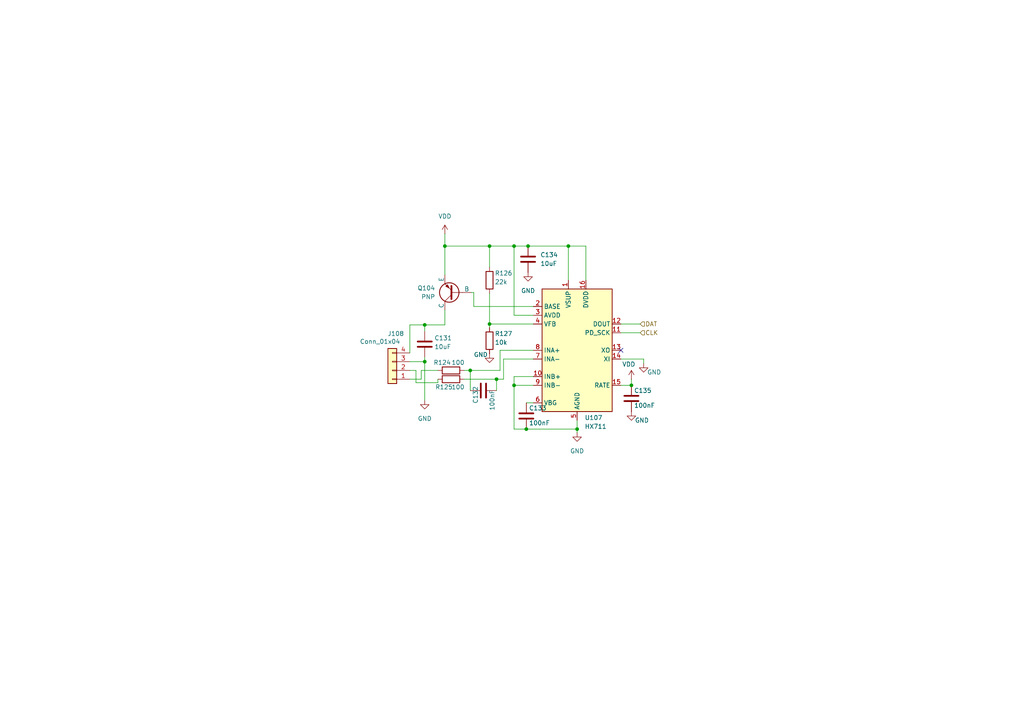
<source format=kicad_sch>
(kicad_sch (version 20231120) (generator "eeschema") (generator_version "8.0")
  (paper "A4")
  (lib_symbols
    (symbol "Analog_ADC:HX711"
      (property "Reference" "U" (at 5.08 21.59 0))
      (property "Value" "HX711" (at 7.62 19.05 0))
      (symbol "HX711_0_1"
        (rectangle (start -10.16 17.78) (end 10.16 -17.78) (stroke (width 0.254)) (fill (type background)))
      )
      (symbol "HX711_1_1"
        (pin power_in line (at -2.54 20.32 270) (length 2.54) (name "VSUP") (number "1"))
        (pin input line (at -12.7 -7.62 0) (length 2.54) (name "INB+") (number "10"))
        (pin input line (at 12.7 5.08 180) (length 2.54) (name "PD_SCK") (number "11"))
        (pin output line (at 12.7 7.62 180) (length 2.54) (name "DOUT") (number "12"))
        (pin passive line (at 12.7 0 180) (length 2.54) (name "XO") (number "13"))
        (pin passive line (at 12.7 -2.54 180) (length 2.54) (name "XI") (number "14"))
        (pin input line (at 12.7 -10.16 180) (length 2.54) (name "RATE") (number "15"))
        (pin power_in line (at 2.54 20.32 270) (length 2.54) (name "DVDD") (number "16"))
        (pin passive line (at -12.7 12.7 0) (length 2.54) (name "BASE") (number "2"))
        (pin power_in line (at -12.7 10.16 0) (length 2.54) (name "AVDD") (number "3"))
        (pin input line (at -12.7 7.62 0) (length 2.54) (name "VFB") (number "4"))
        (pin power_in line (at 0 -20.32 90) (length 2.54) (name "AGND") (number "5"))
        (pin passive line (at -12.7 -15.24 0) (length 2.54) (name "VBG") (number "6"))
        (pin input line (at -12.7 -2.54 0) (length 2.54) (name "INA-") (number "7"))
        (pin input line (at -12.7 0 0) (length 2.54) (name "INA+") (number "8"))
        (pin input line (at -12.7 -10.16 0) (length 2.54) (name "INB-") (number "9"))
      )
    )
    (symbol "Connector_Generic:Conn_01x04" (pin_names (offset 1.016) hide)
      (property "Reference" "J" (at 0 5.08 0))
      (property "Value" "Conn_01x04" (at 0 -7.62 0))
      (symbol "Conn_01x04_1_1"
        (rectangle (start -1.27 -4.953) (end 0 -5.207) (stroke (width 0.1524)))
        (rectangle (start -1.27 -2.413) (end 0 -2.667) (stroke (width 0.1524)))
        (rectangle (start -1.27 0.127) (end 0 -0.127) (stroke (width 0.1524)))
        (rectangle (start -1.27 2.667) (end 0 2.413) (stroke (width 0.1524)))
        (rectangle (start -1.27 3.81) (end 1.27 -6.35) (stroke (width 0.254)) (fill (type background)))
        (pin passive line (at -5.08 2.54 0) (length 3.81) (name "Pin_1") (number "1"))
        (pin passive line (at -5.08 0 0) (length 3.81) (name "Pin_2") (number "2"))
        (pin passive line (at -5.08 -2.54 0) (length 3.81) (name "Pin_3") (number "3"))
        (pin passive line (at -5.08 -5.08 0) (length 3.81) (name "Pin_4") (number "4"))
      )
    )
    (symbol "Device:C" (pin_numbers hide) (pin_names (offset 0.254))
      (property "Reference" "C" (at 0.635 2.54 0))
      (property "Value" "C" (at 0.635 -2.54 0))
      (symbol "C_0_1"
        (polyline (pts (xy -2.032 -0.762) (xy 2.032 -0.762)) (stroke (width 0.508)))
        (polyline (pts (xy -2.032 0.762) (xy 2.032 0.762)) (stroke (width 0.508)))
      )
      (symbol "C_1_1"
        (pin passive line (at 0 3.81 270) (length 2.794) (name "~") (number "1"))
        (pin passive line (at 0 -3.81 90) (length 2.794) (name "~") (number "2"))
      )
    )
    (symbol "Device:R" (pin_numbers hide) (pin_names (offset 0))
      (property "Reference" "R" (at 2.032 0 90))
      (property "Value" "R" (at 0 0 90))
      (symbol "R_0_1"
        (rectangle (start -1.016 -2.54) (end 1.016 2.54) (stroke (width 0.254)))
      )
      (symbol "R_1_1"
        (pin passive line (at 0 3.81 270) (length 1.27) (name "~") (number "1"))
        (pin passive line (at 0 -3.81 90) (length 1.27) (name "~") (number "2"))
      )
    )
    (symbol "Simulation_SPICE:PNP" (pin_numbers hide) (pin_names (offset 0))
      (property "Reference" "Q" (at -2.54 7.62 0))
      (property "Value" "PNP" (at -2.54 5.08 0))
      (symbol "PNP_0_1"
        (polyline (pts (xy -2.54 0) (xy 0.635 0)) (stroke (width 0.1524)))
        (polyline (pts (xy 0.635 0.635) (xy 2.54 2.54)))
        (polyline (pts (xy 0.635 -0.635) (xy 2.54 -2.54) (xy 2.54 -2.54)))
        (polyline (pts (xy 0.635 1.905) (xy 0.635 -1.905) (xy 0.635 -1.905)) (stroke (width 0.508)))
        (polyline (pts (xy 2.286 -1.778) (xy 1.778 -2.286) (xy 1.27 -1.27) (xy 2.286 -1.778) (xy 2.286 -1.778)) (fill (type outline)))
        (circle (center 1.27 0) (radius 2.8194) (stroke (width 0.254)))
      )
      (symbol "PNP_1_1"
        (pin open_collector line (at 2.54 5.08 270) (length 2.54) (name "C") (number "1"))
        (pin input line (at -5.08 0 0) (length 2.54) (name "B") (number "2"))
        (pin open_emitter line (at 2.54 -5.08 90) (length 2.54) (name "E") (number "3"))
      )
    )
    (symbol "power:GND" (power) (pin_numbers hide) (pin_names (offset 0) hide)
      (property "Value" "GND" (at 0 -3.81 0))
      (symbol "GND_0_1"
        (polyline (pts (xy 0 0) (xy 0 -1.27) (xy 1.27 -1.27) (xy 0 -2.54) (xy -1.27 -1.27) (xy 0 -1.27)))
      )
      (symbol "GND_1_1"
        (pin power_in line (at 0 0 270) (length 0) (name "~") (number "1"))
      )
    )
    (symbol "power:VDD" (power) (pin_numbers hide) (pin_names (offset 0) hide)
      (property "Value" "VDD" (at 0 3.556 0))
      (symbol "VDD_0_1"
        (polyline (pts (xy -0.762 1.27) (xy 0 2.54)))
        (polyline (pts (xy 0 0) (xy 0 2.54)))
        (polyline (pts (xy 0 2.54) (xy 0.762 1.27)))
      )
      (symbol "VDD_1_1"
        (pin power_in line (at 0 0 90) (length 0) (name "~") (number "1"))
      )
    )
  )
  (junction (at 141.986 71.374))
  (junction (at 144.018 109.982))
  (junction (at 167.386 124.46))
  (junction (at 183.134 111.76))
  (junction (at 141.986 93.98))
  (junction (at 164.846 71.374))
  (junction (at 123.19 104.902))
  (junction (at 123.19 94.234))
  (junction (at 149.098 111.76))
  (junction (at 129.032 71.374))
  (junction (at 136.398 107.442))
  (junction (at 153.162 71.374))
  (junction (at 149.098 71.374))
  (junction (at 152.654 124.46))
  (no_connect (at 180.086 101.6))
  (wire (pts (xy 123.19 104.902) (xy 123.19 116.078)))
  (wire (pts (xy 122.174 107.442) (xy 122.174 109.982)))
  (wire (pts (xy 146.05 104.14) (xy 146.05 109.982)))
  (wire (pts (xy 137.414 84.836) (xy 136.652 84.836)))
  (wire (pts (xy 154.686 109.22) (xy 149.098 109.22)))
  (wire (pts (xy 134.62 107.442) (xy 136.398 107.442)))
  (wire (pts (xy 154.686 91.44) (xy 149.098 91.44)))
  (wire (pts (xy 149.098 111.76) (xy 154.686 111.76)))
  (wire (pts (xy 152.654 124.46) (xy 167.386 124.46)))
  (wire (pts (xy 127 107.442) (xy 122.174 107.442)))
  (wire (pts (xy 180.086 111.76) (xy 183.134 111.76)))
  (wire (pts (xy 129.032 71.374) (xy 129.032 79.756)))
  (wire (pts (xy 144.018 109.982) (xy 134.62 109.982)))
  (wire (pts (xy 118.872 107.442) (xy 120.65 107.442)))
  (wire (pts (xy 122.174 109.982) (xy 118.872 109.982)))
  (wire (pts (xy 164.846 71.374) (xy 153.162 71.374)))
  (wire (pts (xy 186.69 104.14) (xy 186.69 105.41)))
  (wire (pts (xy 146.05 109.982) (xy 144.018 109.982)))
  (wire (pts (xy 164.846 81.28) (xy 164.846 71.374)))
  (wire (pts (xy 154.686 88.9) (xy 137.414 88.9)))
  (wire (pts (xy 149.098 91.44) (xy 149.098 71.374)))
  (wire (pts (xy 169.926 71.374) (xy 164.846 71.374)))
  (wire (pts (xy 167.386 125.476) (xy 167.386 124.46)))
  (wire (pts (xy 153.162 71.374) (xy 149.098 71.374)))
  (wire (pts (xy 120.65 110.998) (xy 127 110.998)))
  (wire (pts (xy 183.134 111.76) (xy 183.134 109.982)))
  (wire (pts (xy 167.386 121.92) (xy 167.386 124.46)))
  (wire (pts (xy 141.986 77.47) (xy 141.986 71.374)))
  (wire (pts (xy 141.986 93.98) (xy 154.686 93.98)))
  (wire (pts (xy 141.986 93.98) (xy 141.986 94.996)))
  (wire (pts (xy 144.018 109.982) (xy 144.018 113.284)))
  (wire (pts (xy 127 110.998) (xy 127 109.982)))
  (wire (pts (xy 129.032 71.374) (xy 141.986 71.374)))
  (wire (pts (xy 129.032 67.818) (xy 129.032 71.374)))
  (wire (pts (xy 129.032 94.234) (xy 129.032 89.916)))
  (wire (pts (xy 123.19 103.632) (xy 123.19 104.902)))
  (wire (pts (xy 118.872 94.234) (xy 123.19 94.234)))
  (wire (pts (xy 136.398 107.442) (xy 136.398 113.284)))
  (wire (pts (xy 137.414 84.836) (xy 137.414 88.9)))
  (wire (pts (xy 154.686 104.14) (xy 146.05 104.14)))
  (wire (pts (xy 145.034 107.442) (xy 145.034 101.6)))
  (wire (pts (xy 123.19 94.234) (xy 123.19 96.012)))
  (wire (pts (xy 180.086 93.98) (xy 185.674 93.98)))
  (wire (pts (xy 180.086 96.52) (xy 185.674 96.52)))
  (wire (pts (xy 141.986 71.374) (xy 149.098 71.374)))
  (wire (pts (xy 136.398 107.442) (xy 145.034 107.442)))
  (wire (pts (xy 152.654 116.84) (xy 154.686 116.84)))
  (wire (pts (xy 120.65 107.442) (xy 120.65 110.998)))
  (wire (pts (xy 169.926 81.28) (xy 169.926 71.374)))
  (wire (pts (xy 141.986 85.09) (xy 141.986 93.98)))
  (wire (pts (xy 123.19 94.234) (xy 129.032 94.234)))
  (wire (pts (xy 145.034 101.6) (xy 154.686 101.6)))
  (wire (pts (xy 149.098 124.46) (xy 152.654 124.46)))
  (wire (pts (xy 180.086 104.14) (xy 186.69 104.14)))
  (wire (pts (xy 118.872 104.902) (xy 123.19 104.902)))
  (wire (pts (xy 118.872 94.234) (xy 118.872 102.362)))
  (wire (pts (xy 149.098 111.76) (xy 149.098 124.46)))
  (wire (pts (xy 149.098 109.22) (xy 149.098 111.76)))
  (hierarchical_label "DAT" (shape input) (at 185.674 93.98 0))
  (hierarchical_label "CLK" (shape input) (at 185.674 96.52 0))
  (symbol (lib_id "power:GND") (at 183.134 119.38 0) (unit 1)
    (property "Reference" "#PWR0159" (effects (hide yes)))
    (property "Value" "GND" (at 186.182 121.92 0))
    (property "Description" "Power symbol creates a global label with name \"GND\" , ground" (effects (hide yes)))
    (instances (project "RCS" (path "" (reference "#PWR0159") (unit 1))) (project "RCS" (path "" (reference "#PWR01407") (unit 1))))
  )
  (symbol (lib_id "Device:C") (at 153.162 75.184 0) (unit 1)
    (property "Reference" "C134" (at 156.718 73.9139 0) (effects (justify left)))
    (property "Value" "10uF" (at 156.718 76.4539 0) (effects (justify left)))
    (property "Footprint" "Capacitor_SMD:C_0603_1608Metric" (effects (hide yes)))
    (property "Description" "Unpolarized capacitor" (effects (hide yes)))
    (property "LCSC" "C96446" (effects (hide yes)))
    (instances (project "RCS" (path "" (reference "C134") (unit 1))) (project "RCS" (path "" (reference "C1404") (unit 1))))
  )
  (symbol (lib_id "Analog_ADC:HX711") (at 167.386 101.6 0) (unit 1)
    (property "Reference" "U107" (at 169.5801 121.158 0) (effects (justify left)))
    (property "Value" "HX711" (at 169.5801 123.698 0) (effects (justify left)))
    (property "Footprint" "Package_SO:SOP-16_3.9x9.9mm_P1.27mm" (effects (hide yes)))
    (property "Datasheet" "https://web.archive.org/web/20220615044707/https://akizukidenshi.com/download/ds/avia/hx711.pdf" (effects (hide yes)))
    (property "Description" "24-Bit Analog-to-Digital Converter (ADC) for Weight Scales" (effects (hide yes)))
    (property "LCSC" "C6705483" (effects (hide yes)))
    (instances (project "RCS" (path "" (reference "U107") (unit 1))) (project "RCS" (path "" (reference "U1401") (unit 1))))
  )
  (symbol (lib_id "Device:R") (at 130.81 109.982 90) (unit 1)
    (property "Reference" "R125" (at 128.778 112.268 90))
    (property "Value" "100" (at 132.842 112.268 90))
    (property "Footprint" "Resistor_SMD:R_0402_1005Metric" (effects (hide yes)))
    (property "Description" "Resistor" (effects (hide yes)))
    (property "LCSC" "C25076" (effects (hide yes)))
    (instances (project "RCS" (path "" (reference "R125") (unit 1))) (project "RCS" (path "" (reference "R1402") (unit 1))))
  )
  (symbol (lib_id "power:VDD") (at 183.134 109.982 0) (unit 1)
    (property "Reference" "#PWR0158" (effects (hide yes)))
    (property "Value" "VDD" (at 182.372 105.664 0))
    (property "Description" "Power symbol creates a global label with name \"VDD\"" (effects (hide yes)))
    (instances (project "RCS" (path "" (reference "#PWR0158") (unit 1))) (project "RCS" (path "" (reference "#PWR01406") (unit 1))))
  )
  (symbol (lib_id "power:VDD") (at 129.032 67.818 0) (unit 1)
    (property "Reference" "#PWR0154" (effects (hide yes)))
    (property "Value" "VDD" (at 129.032 62.738 0))
    (property "Description" "Power symbol creates a global label with name \"VDD\"" (effects (hide yes)))
    (instances (project "RCS" (path "" (reference "#PWR0154") (unit 1))) (project "RCS" (path "" (reference "#PWR01402") (unit 1))))
  )
  (symbol (lib_id "Simulation_SPICE:PNP") (at 131.572 84.836 180) (unit 1)
    (property "Reference" "Q104" (at 126.238 83.5659 0) (effects (justify left)))
    (property "Value" "PNP" (at 126.238 86.1059 0) (effects (justify left)))
    (property "Footprint" "Package_TO_SOT_SMD:SOT-23" (effects (hide yes)))
    (property "Datasheet" "https://ngspice.sourceforge.io/docs/ngspice-html-manual/manual.xhtml#cha_BJTs" (effects (hide yes)))
    (property "Description" "Bipolar transistor symbol for simulation only, substrate tied to the emitter" (effects (hide yes)))
    (property "Sim.Device" "PNP" (effects (hide yes)))
    (property "Sim.Type" "GUMMELPOON" (effects (hide yes)))
    (property "Sim.Pins" "1=C 2=B 3=E" (effects (hide yes)))
    (property "LCSC" "C8326" (effects (hide yes)))
    (instances (project "RCS" (path "" (reference "Q104") (unit 1))) (project "RCS" (path "" (reference "Q1401") (unit 1))))
  )
  (symbol (lib_id "power:GND") (at 141.986 102.616 0) (unit 1)
    (property "Reference" "#PWR0155" (effects (hide yes)))
    (property "Value" "GND" (at 139.446 102.87 0))
    (property "Description" "Power symbol creates a global label with name \"GND\" , ground" (effects (hide yes)))
    (instances (project "RCS" (path "" (reference "#PWR0155") (unit 1))) (project "RCS" (path "" (reference "#PWR01403") (unit 1))))
  )
  (symbol (lib_id "Connector_Generic:Conn_01x04") (at 113.792 107.442 180) (unit 1)
    (property "Reference" "J108" (at 114.808 96.774 0))
    (property "Value" "Conn_01x04" (at 110.236 99.06 0))
    (property "Footprint" "Connector_JST:JST_PH_B4B-PH-K_1x04_P2.00mm_Vertical" (effects (hide yes)))
    (property "Description" "Generic connector, single row, 01x04, script generated (kicad-library-utils/schlib/autogen/connector/)" (effects (hide yes)))
    (instances (project "RCS" (path "" (reference "J108") (unit 1))) (project "RCS" (path "" (reference "J1401") (unit 1))))
  )
  (symbol (lib_id "Device:C") (at 140.208 113.284 90) (unit 1)
    (property "Reference" "C132" (at 137.922 117.094 0) (effects (justify left)))
    (property "Value" "100nF" (at 142.748 119.126 0) (effects (justify left)))
    (property "Footprint" "Capacitor_SMD:C_0402_1005Metric" (effects (hide yes)))
    (property "Description" "Unpolarized capacitor" (effects (hide yes)))
    (property "LCSC" "C1525" (effects (hide yes)))
    (instances (project "RCS" (path "" (reference "C132") (unit 1))) (project "RCS" (path "" (reference "C1402") (unit 1))))
  )
  (symbol (lib_id "Device:C") (at 183.134 115.57 0) (unit 1)
    (property "Reference" "C135" (at 183.896 113.284 0) (effects (justify left)))
    (property "Value" "100nF" (at 183.896 117.602 0) (effects (justify left)))
    (property "Footprint" "Capacitor_SMD:C_0402_1005Metric" (effects (hide yes)))
    (property "Description" "Unpolarized capacitor" (effects (hide yes)))
    (property "LCSC" "C1525" (effects (hide yes)))
    (instances (project "RCS" (path "" (reference "C135") (unit 1))) (project "RCS" (path "" (reference "C1405") (unit 1))))
  )
  (symbol (lib_id "Device:C") (at 123.19 99.822 0) (unit 1)
    (property "Reference" "C131" (at 125.984 98.044 0) (effects (justify left)))
    (property "Value" "10uF" (at 125.984 100.584 0) (effects (justify left)))
    (property "Footprint" "Capacitor_SMD:C_0603_1608Metric" (effects (hide yes)))
    (property "Description" "Unpolarized capacitor" (effects (hide yes)))
    (property "LCSC" "C96446" (effects (hide yes)))
    (instances (project "RCS" (path "" (reference "C131") (unit 1))) (project "RCS" (path "" (reference "C1401") (unit 1))))
  )
  (symbol (lib_id "power:GND") (at 123.19 116.078 0) (unit 1)
    (property "Reference" "#PWR0153" (effects (hide yes)))
    (property "Value" "GND" (at 123.19 121.412 0))
    (property "Description" "Power symbol creates a global label with name \"GND\" , ground" (effects (hide yes)))
    (instances (project "RCS" (path "" (reference "#PWR0153") (unit 1))) (project "RCS" (path "" (reference "#PWR01401") (unit 1))))
  )
  (symbol (lib_id "power:GND") (at 167.386 125.476 0) (unit 1)
    (property "Reference" "#PWR0157" (effects (hide yes)))
    (property "Value" "GND" (at 167.386 130.81 0))
    (property "Description" "Power symbol creates a global label with name \"GND\" , ground" (effects (hide yes)))
    (instances (project "RCS" (path "" (reference "#PWR0157") (unit 1))) (project "RCS" (path "" (reference "#PWR01405") (unit 1))))
  )
  (symbol (lib_id "Device:C") (at 152.654 120.65 0) (unit 1)
    (property "Reference" "C133" (at 153.416 118.364 0) (effects (justify left)))
    (property "Value" "100nF" (at 153.416 122.682 0) (effects (justify left)))
    (property "Footprint" "Capacitor_SMD:C_0402_1005Metric" (effects (hide yes)))
    (property "Description" "Unpolarized capacitor" (effects (hide yes)))
    (property "LCSC" "C1525" (effects (hide yes)))
    (instances (project "RCS" (path "" (reference "C133") (unit 1))) (project "RCS" (path "" (reference "C1403") (unit 1))))
  )
  (symbol (lib_id "Device:R") (at 141.986 81.28 0) (unit 1)
    (property "Reference" "R126" (at 143.51 79.248 0) (effects (justify left)))
    (property "Value" "22k" (at 143.51 81.788 0) (effects (justify left)))
    (property "Footprint" "Resistor_SMD:R_0402_1005Metric" (effects (hide yes)))
    (property "Description" "Resistor" (effects (hide yes)))
    (property "LCSC" "C25768" (effects (hide yes)))
    (instances (project "RCS" (path "" (reference "R126") (unit 1))) (project "RCS" (path "" (reference "R1403") (unit 1))))
  )
  (symbol (lib_id "power:GND") (at 153.162 78.994 0) (unit 1)
    (property "Reference" "#PWR0156" (effects (hide yes)))
    (property "Value" "GND" (at 153.162 84.328 0))
    (property "Description" "Power symbol creates a global label with name \"GND\" , ground" (effects (hide yes)))
    (instances (project "RCS" (path "" (reference "#PWR0156") (unit 1))) (project "RCS" (path "" (reference "#PWR01404") (unit 1))))
  )
  (symbol (lib_id "power:GND") (at 186.69 105.41 0) (unit 1)
    (property "Reference" "#PWR0160" (effects (hide yes)))
    (property "Value" "GND" (at 189.738 107.95 0))
    (property "Description" "Power symbol creates a global label with name \"GND\" , ground" (effects (hide yes)))
    (instances (project "RCS" (path "" (reference "#PWR0160") (unit 1))) (project "RCS" (path "" (reference "#PWR01408") (unit 1))))
  )
  (symbol (lib_id "Device:R") (at 130.81 107.442 90) (unit 1)
    (property "Reference" "R124" (at 128.27 105.156 90))
    (property "Value" "100" (at 132.842 105.156 90))
    (property "Footprint" "Resistor_SMD:R_0402_1005Metric" (effects (hide yes)))
    (property "Description" "Resistor" (effects (hide yes)))
    (property "LCSC" "C25076" (effects (hide yes)))
    (instances (project "RCS" (path "" (reference "R124") (unit 1))) (project "RCS" (path "" (reference "R1401") (unit 1))))
  )
  (symbol (lib_id "Device:R") (at 141.986 98.806 0) (unit 1)
    (property "Reference" "R127" (at 143.51 96.774 0) (effects (justify left)))
    (property "Value" "10k" (at 143.51 99.314 0) (effects (justify left)))
    (property "Footprint" "Resistor_SMD:R_0402_1005Metric" (effects (hide yes)))
    (property "Description" "Resistor" (effects (hide yes)))
    (property "LCSC" "C25744" (effects (hide yes)))
    (instances (project "RCS" (path "" (reference "R127") (unit 1))) (project "RCS" (path "" (reference "R1404") (unit 1))))
  )
)
</source>
